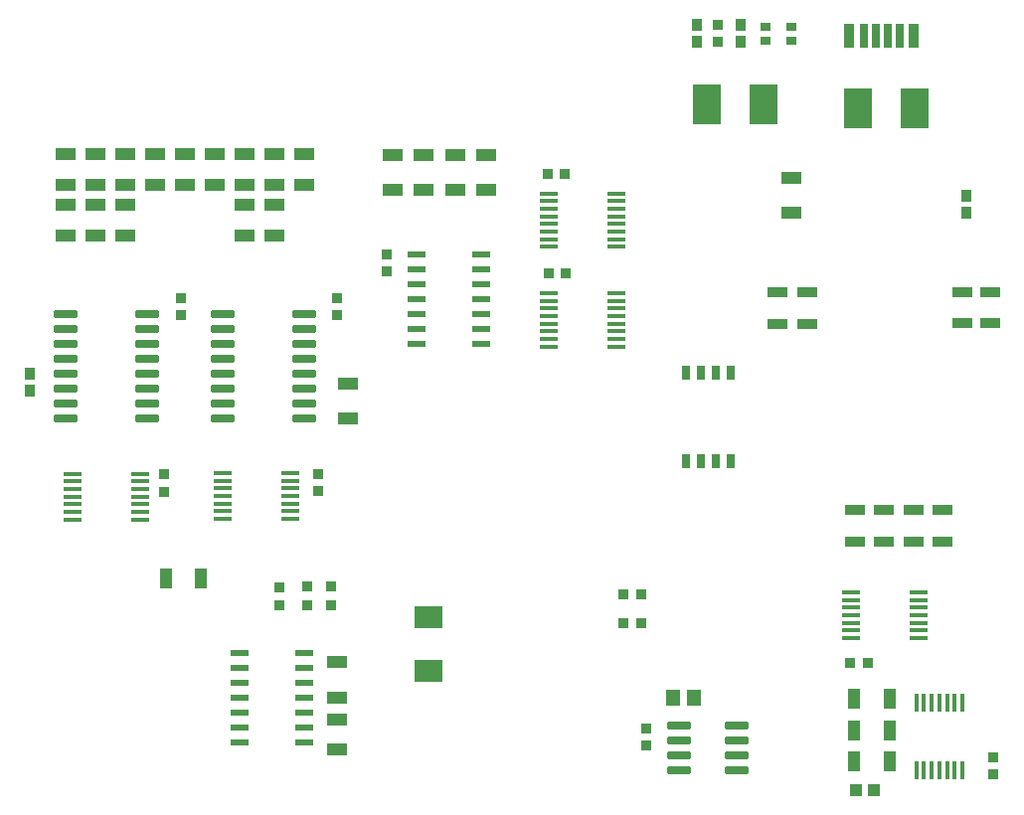
<source format=gtp>
G04*
G04 #@! TF.GenerationSoftware,Altium Limited,Altium Designer,22.0.2 (36)*
G04*
G04 Layer_Color=8421504*
%FSLAX25Y25*%
%MOIN*%
G70*
G04*
G04 #@! TF.SameCoordinates,952CAA48-3728-48F0-9C98-E899784471C3*
G04*
G04*
G04 #@! TF.FilePolarity,Positive*
G04*
G01*
G75*
G04:AMPARAMS|DCode=16|XSize=61.81mil|YSize=15.75mil|CornerRadius=1.97mil|HoleSize=0mil|Usage=FLASHONLY|Rotation=0.000|XOffset=0mil|YOffset=0mil|HoleType=Round|Shape=RoundedRectangle|*
%AMROUNDEDRECTD16*
21,1,0.06181,0.01181,0,0,0.0*
21,1,0.05787,0.01575,0,0,0.0*
1,1,0.00394,0.02894,-0.00591*
1,1,0.00394,-0.02894,-0.00591*
1,1,0.00394,-0.02894,0.00591*
1,1,0.00394,0.02894,0.00591*
%
%ADD16ROUNDEDRECTD16*%
G04:AMPARAMS|DCode=17|XSize=61.81mil|YSize=16.14mil|CornerRadius=2.02mil|HoleSize=0mil|Usage=FLASHONLY|Rotation=180.000|XOffset=0mil|YOffset=0mil|HoleType=Round|Shape=RoundedRectangle|*
%AMROUNDEDRECTD17*
21,1,0.06181,0.01211,0,0,180.0*
21,1,0.05778,0.01614,0,0,180.0*
1,1,0.00404,-0.02889,0.00605*
1,1,0.00404,0.02889,0.00605*
1,1,0.00404,0.02889,-0.00605*
1,1,0.00404,-0.02889,-0.00605*
%
%ADD17ROUNDEDRECTD17*%
G04:AMPARAMS|DCode=18|XSize=61.81mil|YSize=16.14mil|CornerRadius=2.02mil|HoleSize=0mil|Usage=FLASHONLY|Rotation=270.000|XOffset=0mil|YOffset=0mil|HoleType=Round|Shape=RoundedRectangle|*
%AMROUNDEDRECTD18*
21,1,0.06181,0.01211,0,0,270.0*
21,1,0.05778,0.01614,0,0,270.0*
1,1,0.00404,-0.00605,-0.02889*
1,1,0.00404,-0.00605,0.02889*
1,1,0.00404,0.00605,0.02889*
1,1,0.00404,0.00605,-0.02889*
%
%ADD18ROUNDEDRECTD18*%
%ADD19R,0.07087X0.04134*%
%ADD20R,0.03661X0.03740*%
%ADD21R,0.05900X0.02200*%
%ADD22R,0.06969X0.04134*%
%ADD23R,0.02992X0.05000*%
%ADD24R,0.04567X0.05787*%
%ADD25R,0.04134X0.03937*%
%ADD26R,0.04134X0.06969*%
G04:AMPARAMS|DCode=27|XSize=77.56mil|YSize=23.62mil|CornerRadius=2.95mil|HoleSize=0mil|Usage=FLASHONLY|Rotation=0.000|XOffset=0mil|YOffset=0mil|HoleType=Round|Shape=RoundedRectangle|*
%AMROUNDEDRECTD27*
21,1,0.07756,0.01772,0,0,0.0*
21,1,0.07165,0.02362,0,0,0.0*
1,1,0.00591,0.03583,-0.00886*
1,1,0.00591,-0.03583,-0.00886*
1,1,0.00591,-0.03583,0.00886*
1,1,0.00591,0.03583,0.00886*
%
%ADD27ROUNDEDRECTD27*%
%ADD28R,0.03740X0.03661*%
%ADD29R,0.03819X0.03622*%
%ADD30R,0.09331X0.13268*%
%ADD31R,0.03773X0.03961*%
%ADD32R,0.06528X0.03764*%
G04:AMPARAMS|DCode=33|XSize=77.56mil|YSize=24.02mil|CornerRadius=3mil|HoleSize=0mil|Usage=FLASHONLY|Rotation=0.000|XOffset=0mil|YOffset=0mil|HoleType=Round|Shape=RoundedRectangle|*
%AMROUNDEDRECTD33*
21,1,0.07756,0.01801,0,0,0.0*
21,1,0.07156,0.02402,0,0,0.0*
1,1,0.00600,0.03578,-0.00901*
1,1,0.00600,-0.03578,-0.00901*
1,1,0.00600,-0.03578,0.00901*
1,1,0.00600,0.03578,0.00901*
%
%ADD33ROUNDEDRECTD33*%
%ADD34R,0.03661X0.03976*%
%ADD35R,0.03543X0.02953*%
%ADD36R,0.02756X0.07874*%
%ADD37R,0.03150X0.07874*%
%ADD38R,0.03543X0.07874*%
%ADD39R,0.09449X0.07480*%
D16*
X76201Y131323D02*
D03*
Y133882D02*
D03*
Y136441D02*
D03*
Y139000D02*
D03*
Y141559D02*
D03*
Y144118D02*
D03*
Y146677D02*
D03*
X98799D02*
D03*
Y144118D02*
D03*
Y141559D02*
D03*
Y139000D02*
D03*
Y136441D02*
D03*
Y133882D02*
D03*
Y131323D02*
D03*
X48299Y131110D02*
D03*
Y133669D02*
D03*
Y136228D02*
D03*
Y138787D02*
D03*
Y141346D02*
D03*
Y143906D02*
D03*
Y146465D02*
D03*
X25701D02*
D03*
Y143906D02*
D03*
Y141346D02*
D03*
Y138787D02*
D03*
Y136228D02*
D03*
Y133669D02*
D03*
Y131110D02*
D03*
D17*
X286701Y91323D02*
D03*
Y93882D02*
D03*
Y96441D02*
D03*
Y99000D02*
D03*
Y101559D02*
D03*
Y104118D02*
D03*
Y106677D02*
D03*
X309299D02*
D03*
Y104118D02*
D03*
Y101559D02*
D03*
Y99000D02*
D03*
Y96441D02*
D03*
Y93882D02*
D03*
Y91323D02*
D03*
X208000Y240500D02*
D03*
Y237941D02*
D03*
Y235382D02*
D03*
Y232823D02*
D03*
Y230264D02*
D03*
Y227705D02*
D03*
Y225146D02*
D03*
Y222587D02*
D03*
X185402D02*
D03*
Y225146D02*
D03*
Y227705D02*
D03*
Y230264D02*
D03*
Y232823D02*
D03*
Y235382D02*
D03*
Y237941D02*
D03*
Y240500D02*
D03*
X208000Y207000D02*
D03*
Y204441D02*
D03*
Y201882D02*
D03*
Y199323D02*
D03*
Y196764D02*
D03*
Y194205D02*
D03*
Y191646D02*
D03*
Y189087D02*
D03*
X185402D02*
D03*
Y191646D02*
D03*
Y194205D02*
D03*
Y196764D02*
D03*
Y199323D02*
D03*
Y201882D02*
D03*
Y204441D02*
D03*
Y207000D02*
D03*
D18*
X324059Y69598D02*
D03*
X321500D02*
D03*
X318941D02*
D03*
X316382D02*
D03*
X313823D02*
D03*
X311264D02*
D03*
X308705D02*
D03*
Y47000D02*
D03*
X311264D02*
D03*
X313823D02*
D03*
X316382D02*
D03*
X318941D02*
D03*
X321500D02*
D03*
X324059D02*
D03*
D19*
X114500Y64020D02*
D03*
Y53980D02*
D03*
X53500Y243480D02*
D03*
Y253520D02*
D03*
X43500Y226480D02*
D03*
Y236520D02*
D03*
X83500Y226480D02*
D03*
Y236520D02*
D03*
X63500Y243480D02*
D03*
Y253520D02*
D03*
X23500Y226480D02*
D03*
Y236520D02*
D03*
X33500Y226480D02*
D03*
Y236520D02*
D03*
X43500Y253520D02*
D03*
Y243480D02*
D03*
X23500Y253520D02*
D03*
Y243480D02*
D03*
X33500Y253520D02*
D03*
Y243480D02*
D03*
X93500Y236520D02*
D03*
Y226480D02*
D03*
X103500Y253520D02*
D03*
Y243480D02*
D03*
X83500Y253520D02*
D03*
Y243480D02*
D03*
X73500Y253520D02*
D03*
Y243480D02*
D03*
X93500Y253520D02*
D03*
Y243480D02*
D03*
D20*
X95000Y102500D02*
D03*
Y108311D02*
D03*
X218000Y61000D02*
D03*
Y55189D02*
D03*
X334500Y51405D02*
D03*
Y45594D02*
D03*
X131000Y220000D02*
D03*
Y214189D02*
D03*
X56500Y140382D02*
D03*
Y146193D02*
D03*
X108000Y146406D02*
D03*
Y140594D02*
D03*
X62000Y205406D02*
D03*
Y199594D02*
D03*
X114500Y205406D02*
D03*
Y199594D02*
D03*
X242137Y291232D02*
D03*
Y297043D02*
D03*
D21*
X81900Y86500D02*
D03*
Y81500D02*
D03*
Y76500D02*
D03*
Y71500D02*
D03*
Y66500D02*
D03*
Y61500D02*
D03*
Y56500D02*
D03*
X103500D02*
D03*
Y61500D02*
D03*
Y66500D02*
D03*
Y71500D02*
D03*
Y76500D02*
D03*
Y81500D02*
D03*
Y86500D02*
D03*
X162800Y220000D02*
D03*
Y215000D02*
D03*
Y210000D02*
D03*
Y205000D02*
D03*
Y200000D02*
D03*
Y195000D02*
D03*
Y190000D02*
D03*
X141200D02*
D03*
Y195000D02*
D03*
Y200000D02*
D03*
Y205000D02*
D03*
Y210000D02*
D03*
Y215000D02*
D03*
Y220000D02*
D03*
D22*
X114500Y71500D02*
D03*
Y83193D02*
D03*
X164500Y253244D02*
D03*
Y241551D02*
D03*
X143500Y253244D02*
D03*
Y241551D02*
D03*
X154000Y253244D02*
D03*
Y241551D02*
D03*
X133000Y253244D02*
D03*
Y241551D02*
D03*
X118000Y165067D02*
D03*
Y176760D02*
D03*
X266637Y245846D02*
D03*
Y234154D02*
D03*
D23*
X231500Y150559D02*
D03*
Y180441D02*
D03*
X236500Y150559D02*
D03*
Y180441D02*
D03*
X241500Y150559D02*
D03*
X246500D02*
D03*
X241500Y180441D02*
D03*
X246500D02*
D03*
D24*
X227055Y71500D02*
D03*
X233945D02*
D03*
D25*
X294453Y40500D02*
D03*
X288547D02*
D03*
D26*
X299610Y50000D02*
D03*
X287917D02*
D03*
X299610Y71000D02*
D03*
X287917D02*
D03*
Y60500D02*
D03*
X299610D02*
D03*
X68847Y111500D02*
D03*
X57154D02*
D03*
D27*
X248449Y62000D02*
D03*
Y57000D02*
D03*
Y52000D02*
D03*
Y47000D02*
D03*
X229000D02*
D03*
Y52000D02*
D03*
Y57000D02*
D03*
Y62000D02*
D03*
D28*
X185095Y247000D02*
D03*
X190906D02*
D03*
X286595Y83000D02*
D03*
X292406D02*
D03*
X185402Y213654D02*
D03*
X191213D02*
D03*
X216406Y96500D02*
D03*
X210594D02*
D03*
X216406Y106000D02*
D03*
X210594D02*
D03*
D29*
X104500Y108602D02*
D03*
Y102500D02*
D03*
X112299Y108602D02*
D03*
Y102500D02*
D03*
D30*
X257469Y270500D02*
D03*
X238532D02*
D03*
X289236Y269000D02*
D03*
X308173D02*
D03*
D31*
X11500Y174480D02*
D03*
Y180000D02*
D03*
D32*
X288173Y123779D02*
D03*
Y134221D02*
D03*
X307858Y123779D02*
D03*
Y134221D02*
D03*
X297858Y123779D02*
D03*
Y134221D02*
D03*
X317500Y123779D02*
D03*
Y134221D02*
D03*
X333500Y197000D02*
D03*
Y207442D02*
D03*
X262000Y196779D02*
D03*
Y207221D02*
D03*
X324000Y197000D02*
D03*
Y207442D02*
D03*
X272000Y196779D02*
D03*
Y207221D02*
D03*
D33*
X76217Y200000D02*
D03*
Y195000D02*
D03*
Y190000D02*
D03*
Y185000D02*
D03*
Y180000D02*
D03*
Y175000D02*
D03*
Y170000D02*
D03*
Y165000D02*
D03*
X103500D02*
D03*
Y170000D02*
D03*
Y175000D02*
D03*
Y180000D02*
D03*
Y185000D02*
D03*
Y190000D02*
D03*
Y195000D02*
D03*
Y200000D02*
D03*
X23500D02*
D03*
Y195000D02*
D03*
Y190000D02*
D03*
Y185000D02*
D03*
Y180000D02*
D03*
Y175000D02*
D03*
Y170000D02*
D03*
Y165000D02*
D03*
X50783D02*
D03*
Y170000D02*
D03*
Y175000D02*
D03*
Y180000D02*
D03*
Y185000D02*
D03*
Y190000D02*
D03*
Y195000D02*
D03*
Y200000D02*
D03*
D34*
X235137Y296929D02*
D03*
Y291346D02*
D03*
X249637D02*
D03*
Y296929D02*
D03*
X325500Y234154D02*
D03*
Y239736D02*
D03*
D35*
X266637Y291776D02*
D03*
Y296500D02*
D03*
X258137Y291776D02*
D03*
Y296500D02*
D03*
D36*
X298968Y293350D02*
D03*
X295031D02*
D03*
D37*
X302984D02*
D03*
X291016D02*
D03*
D38*
X307827D02*
D03*
X286173D02*
D03*
D39*
X145000Y80500D02*
D03*
Y98216D02*
D03*
M02*

</source>
